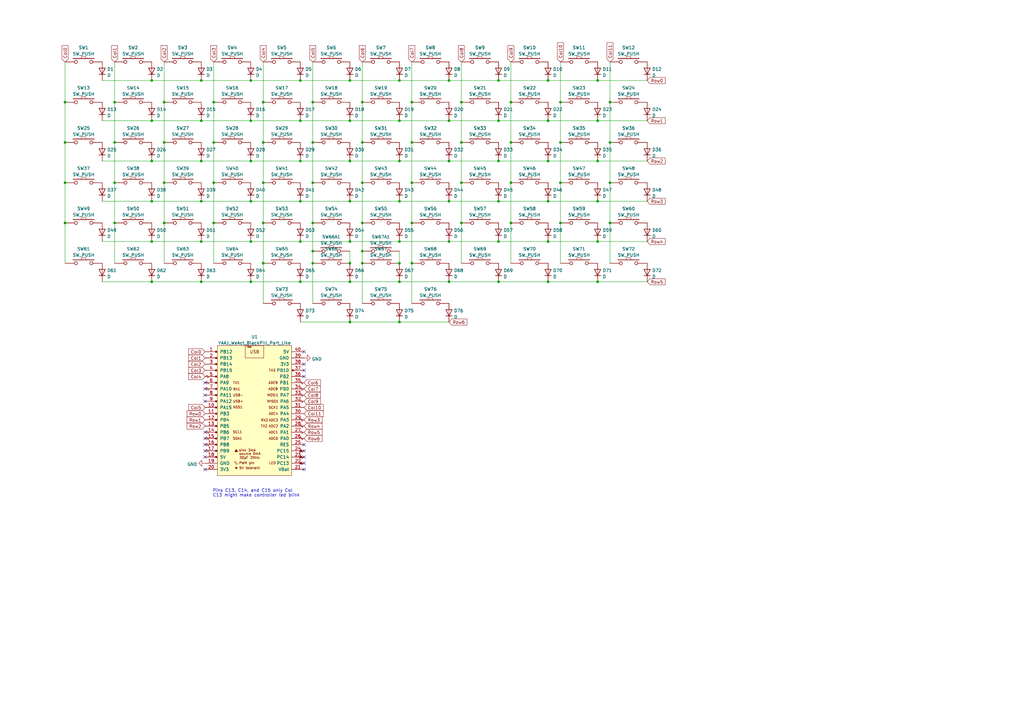
<source format=kicad_sch>
(kicad_sch (version 20211123) (generator eeschema)
  (paper "A3")
  (lib_symbols
    (symbol "Device:D" (pin_numbers hide) (pin_names (offset 1.016) hide)
      (property "Reference" "D" (at 0 2.54 0))
      (property "Value" "D" (at 0 -2.54 0))
      (symbol "D_1_1"
        (pin passive line (at -3.81 0 0) (length 2.54) (name "K") (number "1"))
        (pin passive line (at 3.81 0 180) (length 2.54) (name "A") (number "2"))
      )
    )
    (symbol "YAAJ_WeAct_BlackPill_Part_Like:YAAJ_WeAct_BlackPill_Part_Like" (pin_names (offset 1.016))
      (property "Reference" "U" (at -12.7 27.94 0))
      (property "Value" "YAAJ_WeAct_BlackPill_Part_Like" (at 0 2.54 90))
      (symbol "YAAJ_WeAct_BlackPill_Part_Like_0_0"
        (text "30pF 2MHz" (at -2.032 -20.574 0) (effects (font (size 0.9906 0.9906))))
        (text "5V tolerant" (at -2.032 -24.765 0) (effects (font (size 0.9906 0.9906))))
        (text "ADC0" (at 7.747 -12.7 0) (effects (font (size 0.9906 0.9906))))
        (text "ADC1" (at 7.747 -10.16 0) (effects (font (size 0.9906 0.9906))))
        (text "ADC2" (at 7.747 -7.62 0) (effects (font (size 0.9906 0.9906))))
        (text "ADC3" (at 7.747 -5.207 0) (effects (font (size 0.9906 0.9906))))
        (text "ADC4" (at 7.747 -2.54 0) (effects (font (size 0.9906 0.9906))))
        (text "ADC8" (at 7.62 7.62 0) (effects (font (size 0.9906 0.9906))))
        (text "ADC9" (at 7.62 10.16 0) (effects (font (size 0.9906 0.9906))))
        (text "LED" (at 7.366 -22.733 0) (effects (font (size 0.9906 0.9906))))
        (text "MISO1" (at 7.493 2.54 0) (effects (font (size 0.9906 0.9906))))
        (text "MOSI1" (at 7.493 5.08 0) (effects (font (size 0.9906 0.9906))))
        (text "NSS1" (at -6.858 0.127 0) (effects (font (size 0.9906 0.9906))))
        (text "PWM pin" (at -3.175 -22.733 0) (effects (font (size 0.9906 0.9906))))
        (text "RX1" (at -7.366 7.493 0) (effects (font (size 0.9906 0.9906))))
        (text "RX2" (at 4.064 -5.207 0) (effects (font (size 0.9906 0.9906))))
        (text "SCK1" (at 7.747 0 0) (effects (font (size 0.9906 0.9906))))
        (text "SCL1" (at -6.985 -10.033 0) (effects (font (size 0.9906 0.9906))))
        (text "SDA1" (at -6.985 -12.7 0) (effects (font (size 0.9906 0.9906))))
        (text "sink 3mA" (at -2.921 -17.526 0) (effects (font (size 0.9906 0.9906))))
        (text "source 0mA" (at -1.905 -18.923 0) (effects (font (size 0.9906 0.9906))))
        (text "TX1" (at -7.493 10.16 0) (effects (font (size 0.9906 0.9906))))
        (text "TX2" (at 3.937 -7.62 0) (effects (font (size 0.9906 0.9906))))
        (text "TX3" (at 7.239 15.24 0) (effects (font (size 0.9906 0.9906))))
        (text "USB" (at 0 22.86 0) (effects (font (size 1.27 1.27))))
        (text "USB+" (at -6.731 2.54 0) (effects (font (size 0.9906 0.9906))))
        (text "USB-" (at -6.731 5.08 0) (effects (font (size 0.9906 0.9906))))
        (text "Y@@J" (at -2.159 24.892 0) (effects (font (size 0.508 0.508))))
      )
      (symbol "YAAJ_WeAct_BlackPill_Part_Like_1_1"
        (pin bidirectional line (at -20.32 22.86 0) (length 5.08) (name "PB12") (number "1"))
        (pin bidirectional line (at -20.32 0 0) (length 5.08) (name "PA15") (number "10"))
        (pin bidirectional line (at -20.32 -2.54 0) (length 5.08) (name "PB3") (number "11"))
        (pin bidirectional line (at -20.32 -5.08 0) (length 5.08) (name "PB4") (number "12"))
        (pin bidirectional line (at -20.32 -7.62 0) (length 5.08) (name "PB5") (number "13"))
        (pin bidirectional line (at -20.32 -10.16 0) (length 5.08) (name "PB6") (number "14"))
        (pin bidirectional line (at -20.32 -12.7 0) (length 5.08) (name "PB7") (number "15"))
        (pin bidirectional line (at -20.32 -15.24 0) (length 5.08) (name "PB8") (number "16"))
        (pin bidirectional line (at -20.32 -17.78 0) (length 5.08) (name "PB9") (number "17"))
        (pin power_in line (at -20.32 -20.32 0) (length 5.08) (name "5V") (number "18"))
        (pin power_in line (at -20.32 -22.86 0) (length 5.08) (name "GND") (number "19"))
        (pin bidirectional line (at -20.32 20.32 0) (length 5.08) (name "PB13") (number "2"))
        (pin power_in line (at -20.32 -25.4 0) (length 5.08) (name "3V3") (number "20"))
        (pin power_in line (at 20.32 -25.4 180) (length 5.08) (name "VBat") (number "21"))
        (pin bidirectional line (at 20.32 -22.86 180) (length 5.08) (name "PC13") (number "22"))
        (pin bidirectional line (at 20.32 -20.32 180) (length 5.08) (name "PC14") (number "23"))
        (pin bidirectional line (at 20.32 -17.78 180) (length 5.08) (name "PC15") (number "24"))
        (pin input line (at 20.32 -15.24 180) (length 5.08) (name "RES") (number "25"))
        (pin bidirectional line (at 20.32 -12.7 180) (length 5.08) (name "PA0") (number "26"))
        (pin bidirectional line (at 20.32 -10.16 180) (length 5.08) (name "PA1") (number "27"))
        (pin bidirectional line (at 20.32 -7.62 180) (length 5.08) (name "PA2") (number "28"))
        (pin bidirectional line (at 20.32 -5.08 180) (length 5.08) (name "PA3") (number "29"))
        (pin bidirectional line (at -20.32 17.78 0) (length 5.08) (name "PB14") (number "3"))
        (pin bidirectional line (at 20.32 -2.54 180) (length 5.08) (name "PA4") (number "30"))
        (pin bidirectional line (at 20.32 0 180) (length 5.08) (name "PA5") (number "31"))
        (pin bidirectional line (at 20.32 2.54 180) (length 5.08) (name "PA6") (number "32"))
        (pin bidirectional line (at 20.32 5.08 180) (length 5.08) (name "PA7") (number "33"))
        (pin bidirectional line (at 20.32 7.62 180) (length 5.08) (name "PB0") (number "34"))
        (pin bidirectional line (at 20.32 10.16 180) (length 5.08) (name "PB1") (number "35"))
        (pin bidirectional line (at 20.32 12.7 180) (length 5.08) (name "PB2") (number "36"))
        (pin bidirectional line (at 20.32 15.24 180) (length 5.08) (name "PB10") (number "37"))
        (pin power_in line (at 20.32 17.78 180) (length 5.08) (name "3V3") (number "38"))
        (pin power_in line (at 20.32 20.32 180) (length 5.08) (name "GND") (number "39"))
        (pin bidirectional line (at -20.32 15.24 0) (length 5.08) (name "PB15") (number "4"))
        (pin power_in line (at 20.32 22.86 180) (length 5.08) (name "5V") (number "40"))
        (pin bidirectional line (at -20.32 12.7 0) (length 5.08) (name "PA8") (number "5"))
        (pin bidirectional line (at -20.32 10.16 0) (length 5.08) (name "PA9") (number "6"))
        (pin bidirectional line (at -20.32 7.62 0) (length 5.08) (name "PA10") (number "7"))
        (pin bidirectional line (at -20.32 5.08 0) (length 5.08) (name "PA11") (number "8"))
        (pin bidirectional line (at -20.32 2.54 0) (length 5.08) (name "PA12") (number "9"))
      )
    )
    (symbol "kbd:SW_PUSH" (pin_numbers hide) (pin_names (offset 1.016) hide)
      (property "Reference" "SW" (at 3.81 2.794 0))
      (property "Value" "SW_PUSH" (at 0 -2.032 0))
      (symbol "SW_PUSH_0_1"
        (pin passive inverted (at -7.62 0 0) (length 5.08) (name "1") (number "1"))
        (pin passive inverted (at 7.62 0 180) (length 5.08) (name "2") (number "2"))
      )
    )
    (symbol "power:GND" (power) (pin_names (offset 0))
      (property "Value" "GND" (at 0 -3.81 0))
      (symbol "GND_1_1"
        (pin power_in line (at 0 0 270) (length 0) hide (name "GND") (number "1"))
      )
    )
  )
  (junction (at 143.51 49.53))
  (junction (at 209.55 74.93))
  (junction (at 67.31 58.42))
  (junction (at 82.55 66.04))
  (junction (at 163.83 82.55))
  (junction (at 67.31 41.91))
  (junction (at 87.63 58.42))
  (junction (at 204.47 115.57))
  (junction (at 123.19 49.53))
  (junction (at 204.47 33.02))
  (junction (at 128.27 74.93))
  (junction (at 87.63 74.93))
  (junction (at 82.55 115.57))
  (junction (at 204.47 49.53))
  (junction (at 245.11 115.57))
  (junction (at 229.87 41.91))
  (junction (at 128.27 41.91))
  (junction (at 163.83 99.06))
  (junction (at 102.87 33.02))
  (junction (at 245.11 49.53))
  (junction (at 189.23 58.42))
  (junction (at 250.19 91.44))
  (junction (at 102.87 115.57))
  (junction (at 250.19 41.91))
  (junction (at 102.87 82.55))
  (junction (at 168.91 74.93))
  (junction (at 128.27 102.997))
  (junction (at 123.19 99.06))
  (junction (at 229.87 58.42))
  (junction (at 148.59 58.42))
  (junction (at 168.91 91.44))
  (junction (at 87.63 91.44))
  (junction (at 163.83 49.53))
  (junction (at 102.87 66.04))
  (junction (at 204.47 99.06))
  (junction (at 184.15 115.57))
  (junction (at 204.47 82.55))
  (junction (at 46.99 58.42))
  (junction (at 163.83 33.02))
  (junction (at 107.95 74.93))
  (junction (at 250.19 58.42))
  (junction (at 209.55 41.91))
  (junction (at 26.67 74.93))
  (junction (at 245.11 99.06))
  (junction (at 184.15 66.04))
  (junction (at 123.19 66.04))
  (junction (at 82.55 33.02))
  (junction (at 107.95 58.42))
  (junction (at 224.79 99.06))
  (junction (at 148.59 102.997))
  (junction (at 168.91 58.42))
  (junction (at 168.91 41.91))
  (junction (at 245.11 33.02))
  (junction (at 62.23 115.57))
  (junction (at 67.31 91.44))
  (junction (at 148.59 91.44))
  (junction (at 82.55 49.53))
  (junction (at 224.79 33.02))
  (junction (at 224.79 115.57))
  (junction (at 123.19 115.57))
  (junction (at 245.11 66.04))
  (junction (at 163.83 132.08))
  (junction (at 245.11 82.55))
  (junction (at 184.15 49.53))
  (junction (at 46.99 91.44))
  (junction (at 163.83 115.57))
  (junction (at 224.79 66.04))
  (junction (at 224.79 49.53))
  (junction (at 143.51 99.06))
  (junction (at 209.55 91.44))
  (junction (at 62.23 82.55))
  (junction (at 143.51 33.02))
  (junction (at 67.31 74.93))
  (junction (at 148.59 41.91))
  (junction (at 87.63 41.91))
  (junction (at 107.95 107.95))
  (junction (at 26.67 58.42))
  (junction (at 46.99 74.93))
  (junction (at 143.51 82.55))
  (junction (at 62.23 33.02))
  (junction (at 143.51 132.08))
  (junction (at 148.59 107.95))
  (junction (at 229.87 91.44))
  (junction (at 128.27 58.42))
  (junction (at 189.23 91.44))
  (junction (at 46.99 41.91))
  (junction (at 229.87 74.93))
  (junction (at 123.19 82.55))
  (junction (at 26.67 91.44))
  (junction (at 163.83 66.04))
  (junction (at 107.95 91.44))
  (junction (at 168.91 107.95))
  (junction (at 143.51 66.04))
  (junction (at 184.15 99.06))
  (junction (at 123.19 33.02))
  (junction (at 82.55 99.06))
  (junction (at 26.67 41.91))
  (junction (at 184.15 82.55))
  (junction (at 62.23 66.04))
  (junction (at 184.15 33.02))
  (junction (at 148.59 74.93))
  (junction (at 102.87 49.53))
  (junction (at 209.55 58.42))
  (junction (at 204.47 66.04))
  (junction (at 62.23 99.06))
  (junction (at 82.55 82.55))
  (junction (at 62.23 49.53))
  (junction (at 224.79 82.55))
  (junction (at 143.51 115.57))
  (junction (at 102.87 99.06))
  (junction (at 143.51 107.95))
  (junction (at 128.27 107.95))
  (junction (at 189.23 41.91))
  (junction (at 107.95 41.91))
  (junction (at 128.27 91.44))
  (junction (at 189.23 74.93))
  (junction (at 163.83 107.95))
  (junction (at 250.19 74.93))
  (no_connect (at 84.074 177.292))
  (no_connect (at 124.714 182.372))
  (no_connect (at 124.714 151.892))
  (no_connect (at 124.714 187.452))
  (no_connect (at 124.714 154.432))
  (no_connect (at 124.714 189.992))
  (no_connect (at 84.074 184.912))
  (no_connect (at 84.074 179.832))
  (no_connect (at 124.714 149.352))
  (no_connect (at 84.074 159.512))
  (no_connect (at 124.714 144.272))
  (no_connect (at 84.074 187.452))
  (no_connect (at 124.714 184.912))
  (no_connect (at 84.074 164.592))
  (no_connect (at 84.074 192.532))
  (no_connect (at 124.714 192.532))
  (no_connect (at 84.074 156.972))
  (no_connect (at 84.074 182.372))
  (no_connect (at 84.074 162.052))
  (wire (pts (xy 102.87 99.06) (xy 123.19 99.06)))
  (wire (pts (xy 26.67 41.91) (xy 26.67 58.42)))
  (wire (pts (xy 209.55 25.4) (xy 209.55 41.91)))
  (wire (pts (xy 184.15 33.02) (xy 204.47 33.02)))
  (wire (pts (xy 245.11 115.57) (xy 265.43 115.57)))
  (wire (pts (xy 204.47 66.04) (xy 224.79 66.04)))
  (wire (pts (xy 41.91 115.57) (xy 62.23 115.57)))
  (wire (pts (xy 204.47 49.53) (xy 224.79 49.53)))
  (wire (pts (xy 184.15 49.53) (xy 204.47 49.53)))
  (wire (pts (xy 229.87 74.93) (xy 229.87 91.44)))
  (wire (pts (xy 143.51 66.04) (xy 163.83 66.04)))
  (wire (pts (xy 46.99 41.91) (xy 46.99 58.42)))
  (wire (pts (xy 82.55 33.02) (xy 102.87 33.02)))
  (wire (pts (xy 41.91 33.02) (xy 62.23 33.02)))
  (wire (pts (xy 143.51 102.997) (xy 143.51 107.95)))
  (wire (pts (xy 102.87 66.04) (xy 123.19 66.04)))
  (wire (pts (xy 107.95 74.93) (xy 107.95 91.44)))
  (wire (pts (xy 123.19 33.02) (xy 143.51 33.02)))
  (wire (pts (xy 102.87 115.57) (xy 123.19 115.57)))
  (wire (pts (xy 26.67 91.44) (xy 26.67 107.95)))
  (wire (pts (xy 163.83 33.02) (xy 184.15 33.02)))
  (wire (pts (xy 245.11 66.04) (xy 265.43 66.04)))
  (wire (pts (xy 224.79 82.55) (xy 245.11 82.55)))
  (wire (pts (xy 102.87 82.55) (xy 123.19 82.55)))
  (wire (pts (xy 123.19 132.08) (xy 143.51 132.08)))
  (wire (pts (xy 209.55 91.44) (xy 209.55 107.95)))
  (wire (pts (xy 143.51 49.53) (xy 163.83 49.53)))
  (wire (pts (xy 41.91 99.06) (xy 62.23 99.06)))
  (wire (pts (xy 46.99 58.42) (xy 46.99 74.93)))
  (wire (pts (xy 229.87 41.91) (xy 229.87 58.42)))
  (wire (pts (xy 62.23 66.04) (xy 82.55 66.04)))
  (wire (pts (xy 87.63 91.44) (xy 87.63 107.95)))
  (wire (pts (xy 250.19 74.93) (xy 250.19 91.44)))
  (wire (pts (xy 107.95 58.42) (xy 107.95 74.93)))
  (wire (pts (xy 128.27 25.4) (xy 128.27 41.91)))
  (wire (pts (xy 62.23 99.06) (xy 82.55 99.06)))
  (wire (pts (xy 107.95 41.91) (xy 107.95 58.42)))
  (wire (pts (xy 67.31 58.42) (xy 67.31 74.93)))
  (wire (pts (xy 67.31 41.91) (xy 67.31 58.42)))
  (wire (pts (xy 163.83 49.53) (xy 184.15 49.53)))
  (wire (pts (xy 143.51 82.55) (xy 163.83 82.55)))
  (wire (pts (xy 229.87 58.42) (xy 229.87 74.93)))
  (wire (pts (xy 87.63 41.91) (xy 87.63 58.42)))
  (wire (pts (xy 224.79 49.53) (xy 245.11 49.53)))
  (wire (pts (xy 26.67 58.42) (xy 26.67 74.93)))
  (wire (pts (xy 87.63 74.93) (xy 87.63 91.44)))
  (wire (pts (xy 224.79 66.04) (xy 245.11 66.04)))
  (wire (pts (xy 148.59 41.91) (xy 148.59 58.42)))
  (wire (pts (xy 168.91 91.44) (xy 168.91 107.95)))
  (wire (pts (xy 41.91 82.55) (xy 62.23 82.55)))
  (wire (pts (xy 163.83 132.08) (xy 184.15 132.08)))
  (wire (pts (xy 107.95 107.95) (xy 107.95 124.46)))
  (wire (pts (xy 163.83 115.57) (xy 184.15 115.57)))
  (wire (pts (xy 204.47 82.55) (xy 224.79 82.55)))
  (wire (pts (xy 67.31 25.4) (xy 67.31 41.91)))
  (wire (pts (xy 168.91 107.95) (xy 168.91 124.46)))
  (wire (pts (xy 250.19 25.4) (xy 250.19 41.91)))
  (wire (pts (xy 148.59 102.997) (xy 148.59 107.95)))
  (wire (pts (xy 67.31 91.44) (xy 67.31 107.95)))
  (wire (pts (xy 184.15 66.04) (xy 204.47 66.04)))
  (wire (pts (xy 128.27 58.42) (xy 128.27 74.93)))
  (wire (pts (xy 82.55 66.04) (xy 102.87 66.04)))
  (wire (pts (xy 250.19 58.42) (xy 250.19 74.93)))
  (wire (pts (xy 229.87 91.44) (xy 229.87 107.95)))
  (wire (pts (xy 224.79 33.02) (xy 245.11 33.02)))
  (wire (pts (xy 184.15 99.06) (xy 204.47 99.06)))
  (wire (pts (xy 245.11 82.55) (xy 265.43 82.55)))
  (wire (pts (xy 26.67 25.4) (xy 26.67 41.91)))
  (wire (pts (xy 148.59 25.4) (xy 148.59 41.91)))
  (wire (pts (xy 128.27 102.997) (xy 128.27 107.95)))
  (wire (pts (xy 224.79 99.06) (xy 245.11 99.06)))
  (wire (pts (xy 128.27 41.91) (xy 128.27 58.42)))
  (wire (pts (xy 250.19 41.91) (xy 250.19 58.42)))
  (wire (pts (xy 41.91 49.53) (xy 62.23 49.53)))
  (wire (pts (xy 123.19 66.04) (xy 143.51 66.04)))
  (wire (pts (xy 143.51 115.57) (xy 163.83 115.57)))
  (wire (pts (xy 41.91 66.04) (xy 62.23 66.04)))
  (wire (pts (xy 123.19 49.53) (xy 143.51 49.53)))
  (wire (pts (xy 163.83 66.04) (xy 184.15 66.04)))
  (wire (pts (xy 128.27 91.44) (xy 128.27 102.997)))
  (wire (pts (xy 168.91 58.42) (xy 168.91 74.93)))
  (wire (pts (xy 82.55 82.55) (xy 102.87 82.55)))
  (wire (pts (xy 143.51 33.02) (xy 163.83 33.02)))
  (wire (pts (xy 87.63 58.42) (xy 87.63 74.93)))
  (wire (pts (xy 250.19 91.44) (xy 250.19 107.95)))
  (wire (pts (xy 82.55 99.06) (xy 102.87 99.06)))
  (wire (pts (xy 148.59 58.42) (xy 148.59 74.93)))
  (wire (pts (xy 189.23 74.93) (xy 189.23 91.44)))
  (wire (pts (xy 87.63 25.4) (xy 87.63 41.91)))
  (wire (pts (xy 184.15 115.57) (xy 204.47 115.57)))
  (wire (pts (xy 168.91 74.93) (xy 168.91 91.44)))
  (wire (pts (xy 163.83 102.997) (xy 163.83 107.95)))
  (wire (pts (xy 163.83 82.55) (xy 184.15 82.55)))
  (wire (pts (xy 143.51 99.06) (xy 163.83 99.06)))
  (wire (pts (xy 62.23 33.02) (xy 82.55 33.02)))
  (wire (pts (xy 148.59 74.93) (xy 148.59 91.44)))
  (wire (pts (xy 245.11 99.06) (xy 265.43 99.06)))
  (wire (pts (xy 107.95 91.44) (xy 107.95 107.95)))
  (wire (pts (xy 189.23 91.44) (xy 189.23 107.95)))
  (wire (pts (xy 148.59 107.95) (xy 148.59 124.46)))
  (wire (pts (xy 102.87 49.53) (xy 123.19 49.53)))
  (wire (pts (xy 123.19 82.55) (xy 143.51 82.55)))
  (wire (pts (xy 107.95 25.4) (xy 107.95 41.91)))
  (wire (pts (xy 204.47 99.06) (xy 224.79 99.06)))
  (wire (pts (xy 102.87 33.02) (xy 123.19 33.02)))
  (wire (pts (xy 62.23 115.57) (xy 82.55 115.57)))
  (wire (pts (xy 46.99 74.93) (xy 46.99 91.44)))
  (wire (pts (xy 245.11 49.53) (xy 265.43 49.53)))
  (wire (pts (xy 204.47 33.02) (xy 224.79 33.02)))
  (wire (pts (xy 46.99 91.44) (xy 46.99 107.95)))
  (wire (pts (xy 148.59 91.44) (xy 148.59 102.997)))
  (wire (pts (xy 67.31 74.93) (xy 67.31 91.44)))
  (wire (pts (xy 245.11 33.02) (xy 265.43 33.02)))
  (wire (pts (xy 224.79 115.57) (xy 245.11 115.57)))
  (wire (pts (xy 168.91 41.91) (xy 168.91 58.42)))
  (wire (pts (xy 82.55 49.53) (xy 102.87 49.53)))
  (wire (pts (xy 46.99 25.4) (xy 46.99 41.91)))
  (wire (pts (xy 209.55 74.93) (xy 209.55 91.44)))
  (wire (pts (xy 62.23 49.53) (xy 82.55 49.53)))
  (wire (pts (xy 123.19 99.06) (xy 143.51 99.06)))
  (wire (pts (xy 189.23 41.91) (xy 189.23 58.42)))
  (wire (pts (xy 123.19 115.57) (xy 143.51 115.57)))
  (wire (pts (xy 204.47 115.57) (xy 224.79 115.57)))
  (wire (pts (xy 229.87 25.4) (xy 229.87 41.91)))
  (wire (pts (xy 209.55 41.91) (xy 209.55 58.42)))
  (wire (pts (xy 128.27 107.95) (xy 128.27 124.46)))
  (wire (pts (xy 62.23 82.55) (xy 82.55 82.55)))
  (wire (pts (xy 184.15 82.55) (xy 204.47 82.55)))
  (wire (pts (xy 168.91 25.4) (xy 168.91 41.91)))
  (wire (pts (xy 189.23 25.4) (xy 189.23 41.91)))
  (wire (pts (xy 26.67 74.93) (xy 26.67 91.44)))
  (wire (pts (xy 143.51 132.08) (xy 163.83 132.08)))
  (wire (pts (xy 209.55 58.42) (xy 209.55 74.93)))
  (wire (pts (xy 82.55 115.57) (xy 102.87 115.57)))
  (wire (pts (xy 128.27 74.93) (xy 128.27 91.44)))
  (wire (pts (xy 163.83 99.06) (xy 184.15 99.06)))
  (wire (pts (xy 189.23 58.42) (xy 189.23 74.93)))
  (text "Pins C13, C14, and C15 only Col" (at 87.249 202.057 0) (effects (font (size 1.27 1.27)) (justify left bottom)))
  (text "C13 might make controller led blink" (at 87.249 203.962 0) (effects (font (size 1.27 1.27)) (justify left bottom)))
  (global_label "Col5" (shape input) (at 128.27 25.4 90) (property "Intersheet References" "${INTERSHEET_REFS}" (effects hide)))
  (global_label "Row1" (shape input) (at 84.074 172.212 180) (property "Intersheet References" "${INTERSHEET_REFS}" (effects hide)))
  (global_label "Row6" (shape input) (at 124.714 179.832 0) (property "Intersheet References" "${INTERSHEET_REFS}" (effects hide)))
  (global_label "Col6" (shape input) (at 124.714 156.972 0) (property "Intersheet References" "${INTERSHEET_REFS}" (effects hide)))
  (global_label "Row2" (shape input) (at 84.074 174.752 180) (property "Intersheet References" "${INTERSHEET_REFS}" (effects hide)))
  (global_label "Col11" (shape input) (at 124.714 169.672 0) (property "Intersheet References" "${INTERSHEET_REFS}" (effects hide)))
  (global_label "Col10" (shape input) (at 229.87 25.4 90) (property "Intersheet References" "${INTERSHEET_REFS}" (effects hide)))
  (global_label "Row4" (shape input) (at 265.43 99.06 0) (property "Intersheet References" "${INTERSHEET_REFS}" (effects hide)))
  (global_label "Col8" (shape input) (at 189.23 25.4 90) (property "Intersheet References" "${INTERSHEET_REFS}" (effects hide)))
  (global_label "Col2" (shape input) (at 67.31 25.4 90) (property "Intersheet References" "${INTERSHEET_REFS}" (effects hide)))
  (global_label "Row5" (shape input) (at 265.43 115.57 0) (property "Intersheet References" "${INTERSHEET_REFS}" (effects hide)))
  (global_label "Col9" (shape input) (at 124.714 164.592 0) (property "Intersheet References" "${INTERSHEET_REFS}" (effects hide)))
  (global_label "Row6" (shape input) (at 184.15 132.08 0) (property "Intersheet References" "${INTERSHEET_REFS}" (effects hide)))
  (global_label "Row0" (shape input) (at 265.43 33.02 0) (property "Intersheet References" "${INTERSHEET_REFS}" (effects hide)))
  (global_label "Row2" (shape input) (at 265.43 66.04 0) (property "Intersheet References" "${INTERSHEET_REFS}" (effects hide)))
  (global_label "Col4" (shape input) (at 84.074 154.432 180) (property "Intersheet References" "${INTERSHEET_REFS}" (effects hide)))
  (global_label "Col1" (shape input) (at 84.074 146.812 180) (property "Intersheet References" "${INTERSHEET_REFS}" (effects hide)))
  (global_label "Col3" (shape input) (at 84.074 151.892 180) (property "Intersheet References" "${INTERSHEET_REFS}" (effects hide)))
  (global_label "Col4" (shape input) (at 107.95 25.4 90) (property "Intersheet References" "${INTERSHEET_REFS}" (effects hide)))
  (global_label "Col0" (shape input) (at 84.074 144.272 180) (property "Intersheet References" "${INTERSHEET_REFS}" (effects hide)))
  (global_label "Row3" (shape input) (at 265.43 82.55 0) (property "Intersheet References" "${INTERSHEET_REFS}" (effects hide)))
  (global_label "Col6" (shape input) (at 148.59 25.4 90) (property "Intersheet References" "${INTERSHEET_REFS}" (effects hide)))
  (global_label "Col0" (shape input) (at 26.67 25.4 90) (property "Intersheet References" "${INTERSHEET_REFS}" (effects hide)))
  (global_label "Row1" (shape input) (at 265.43 49.53 0) (property "Intersheet References" "${INTERSHEET_REFS}" (effects hide)))
  (global_label "Col3" (shape input) (at 87.63 25.4 90) (property "Intersheet References" "${INTERSHEET_REFS}" (effects hide)))
  (global_label "Col2" (shape input) (at 84.074 149.352 180) (property "Intersheet References" "${INTERSHEET_REFS}" (effects hide)))
  (global_label "Col7" (shape input) (at 124.714 159.512 0) (property "Intersheet References" "${INTERSHEET_REFS}" (effects hide)))
  (global_label "Col1" (shape input) (at 46.99 25.4 90) (property "Intersheet References" "${INTERSHEET_REFS}" (effects hide)))
  (global_label "Col11" (shape input) (at 250.19 25.4 90) (property "Intersheet References" "${INTERSHEET_REFS}" (effects hide)))
  (global_label "Col10" (shape input) (at 124.714 167.132 0) (property "Intersheet References" "${INTERSHEET_REFS}" (effects hide)))
  (global_label "Row4" (shape input) (at 124.714 174.752 0) (property "Intersheet References" "${INTERSHEET_REFS}" (effects hide)))
  (global_label "Col5" (shape input) (at 84.074 167.132 180) (property "Intersheet References" "${INTERSHEET_REFS}" (effects hide)))
  (global_label "Col8" (shape input) (at 124.714 162.052 0) (property "Intersheet References" "${INTERSHEET_REFS}" (effects hide)))
  (global_label "Col9" (shape input) (at 209.55 25.4 90) (property "Intersheet References" "${INTERSHEET_REFS}" (effects hide)))
  (global_label "Col7" (shape input) (at 168.91 25.4 90) (property "Intersheet References" "${INTERSHEET_REFS}" (effects hide)))
  (global_label "Row0" (shape input) (at 84.074 169.672 180) (property "Intersheet References" "${INTERSHEET_REFS}" (effects hide)))
  (global_label "Row5" (shape input) (at 124.714 177.292 0) (property "Intersheet References" "${INTERSHEET_REFS}" (effects hide)))
  (global_label "Row3" (shape input) (at 124.714 172.212 0) (property "Intersheet References" "${INTERSHEET_REFS}" (effects hide)))
  (symbol (lib_id "kbd:SW_PUSH") (at 257.81 91.44 0) (unit 1)
    (property "Reference" "SW60" (at 257.81 85.5812 0))
    (property "Value" "SW_PUSH" (at 257.81 88.1181 0))
    (property "Footprint" "Custom:MXOnly-1U" (effects hide))
  )
  (symbol (lib_id "Device:D") (at 184.15 95.25 90) (unit 1)
    (property "Reference" "D56" (at 186.182 94.4153 90) (effects (justify right)))
    (property "Value" "D" (at 186.182 96.9522 90) (effects (justify right)))
    (property "Footprint" "keyboard_parts:D_SOD123" (effects hide))
  )
  (symbol (lib_id "kbd:SW_PUSH") (at 115.57 41.91 0) (unit 1)
    (property "Reference" "SW17" (at 115.57 36.0512 0))
    (property "Value" "SW_PUSH" (at 115.57 38.5881 0))
    (property "Footprint" "Custom:MXOnly-1U" (effects hide))
  )
  (symbol (lib_id "YAAJ_WeAct_BlackPill_Part_Like:YAAJ_WeAct_BlackPill_Part_Like") (at 104.394 167.132 0) (unit 1)
    (property "Reference" "U1" (at 104.394 138.1592 0))
    (property "Value" "YAAJ_WeAct_BlackPill_Part_Like" (at 104.394 140.6961 0))
    (property "Footprint" "Footprints:YAAJ_WeAct_BlackPill_2" (effects hide))
  )
  (symbol (lib_id "Device:D") (at 123.19 29.21 90) (unit 1)
    (property "Reference" "D5" (at 125.222 28.3753 90) (effects (justify right)))
    (property "Value" "D" (at 125.222 30.9122 90) (effects (justify right)))
    (property "Footprint" "keyboard_parts:D_SOD123" (effects hide))
  )
  (symbol (lib_id "kbd:SW_PUSH") (at 115.57 124.46 0) (unit 1)
    (property "Reference" "SW73" (at 115.57 118.6012 0))
    (property "Value" "SW_PUSH" (at 115.57 121.158 0))
    (property "Footprint" "Custom:MXOnly-1U" (effects hide))
  )
  (symbol (lib_id "kbd:SW_PUSH") (at 156.21 41.91 0) (unit 1)
    (property "Reference" "SW19" (at 156.21 36.0512 0))
    (property "Value" "SW_PUSH" (at 156.21 38.5881 0))
    (property "Footprint" "Custom:MXOnly-1U" (effects hide))
  )
  (symbol (lib_id "Device:D") (at 62.23 62.23 90) (unit 1)
    (property "Reference" "D26" (at 64.262 61.3953 90) (effects (justify right)))
    (property "Value" "D" (at 64.262 63.9322 90) (effects (justify right)))
    (property "Footprint" "keyboard_parts:D_SOD123" (effects hide))
  )
  (symbol (lib_id "kbd:SW_PUSH") (at 34.29 107.95 0) (unit 1)
    (property "Reference" "SW61" (at 34.29 102.0912 0))
    (property "Value" "SW_PUSH" (at 34.29 104.6281 0))
    (property "Footprint" "Custom:MXOnly-1U" (effects hide))
  )
  (symbol (lib_id "Device:D") (at 143.51 45.72 90) (unit 1)
    (property "Reference" "D18" (at 145.542 44.8853 90) (effects (justify right)))
    (property "Value" "D" (at 145.542 47.4222 90) (effects (justify right)))
    (property "Footprint" "keyboard_parts:D_SOD123" (effects hide))
  )
  (symbol (lib_id "Device:D") (at 265.43 29.21 90) (unit 1)
    (property "Reference" "D12" (at 267.462 28.3753 90) (effects (justify right)))
    (property "Value" "D" (at 267.462 30.9122 90) (effects (justify right)))
    (property "Footprint" "keyboard_parts:D_SOD123" (effects hide))
  )
  (symbol (lib_id "kbd:SW_PUSH") (at 237.49 91.44 0) (unit 1)
    (property "Reference" "SW59" (at 237.49 85.5812 0))
    (property "Value" "SW_PUSH" (at 237.49 88.1181 0))
    (property "Footprint" "Custom:MXOnly-1U" (effects hide))
  )
  (symbol (lib_id "Device:D") (at 163.83 111.76 90) (unit 1)
    (property "Reference" "D67" (at 165.862 110.9253 90) (effects (justify right)))
    (property "Value" "D" (at 165.862 113.4622 90) (effects (justify right)))
    (property "Footprint" "keyboard_parts:D_SOD123" (effects hide))
  )
  (symbol (lib_id "kbd:SW_PUSH") (at 95.25 74.93 0) (unit 1)
    (property "Reference" "SW40" (at 95.25 69.0712 0))
    (property "Value" "SW_PUSH" (at 95.25 71.6081 0))
    (property "Footprint" "Custom:MXOnly-1U" (effects hide))
  )
  (symbol (lib_id "Device:D") (at 143.51 29.21 90) (unit 1)
    (property "Reference" "D6" (at 145.542 28.3753 90) (effects (justify right)))
    (property "Value" "D" (at 145.542 30.9122 90) (effects (justify right)))
    (property "Footprint" "keyboard_parts:D_SOD123" (effects hide))
  )
  (symbol (lib_id "Device:D") (at 224.79 62.23 90) (unit 1)
    (property "Reference" "D34" (at 226.822 61.3953 90) (effects (justify right)))
    (property "Value" "D" (at 226.822 63.9322 90) (effects (justify right)))
    (property "Footprint" "keyboard_parts:D_SOD123" (effects hide))
  )
  (symbol (lib_id "Device:D") (at 224.79 78.74 90) (unit 1)
    (property "Reference" "D46" (at 226.822 77.9053 90) (effects (justify right)))
    (property "Value" "D" (at 226.822 80.4422 90) (effects (justify right)))
    (property "Footprint" "keyboard_parts:D_SOD123" (effects hide))
  )
  (symbol (lib_id "Device:D") (at 102.87 111.76 90) (unit 1)
    (property "Reference" "D64" (at 104.902 110.9253 90) (effects (justify right)))
    (property "Value" "D" (at 104.902 113.4622 90) (effects (justify right)))
    (property "Footprint" "keyboard_parts:D_SOD123" (effects hide))
  )
  (symbol (lib_id "kbd:SW_PUSH") (at 176.53 124.46 0) (unit 1)
    (property "Reference" "SW76" (at 176.53 118.6012 0))
    (property "Value" "SW_PUSH" (at 176.53 121.1381 0))
    (property "Footprint" "Custom:MXOnly-1U" (effects hide))
  )
  (symbol (lib_id "kbd:SW_PUSH") (at 54.61 25.4 0) (unit 1)
    (property "Reference" "SW2" (at 54.61 19.5412 0))
    (property "Value" "SW_PUSH" (at 54.61 22.0781 0))
    (property "Footprint" "Custom:MXOnly-1U" (effects hide))
  )
  (symbol (lib_id "kbd:SW_PUSH") (at 54.61 107.95 0) (unit 1)
    (property "Reference" "SW62" (at 54.61 102.0912 0))
    (property "Value" "SW_PUSH" (at 54.61 104.6281 0))
    (property "Footprint" "Custom:MXOnly-1U" (effects hide))
  )
  (symbol (lib_id "Device:D") (at 204.47 29.21 90) (unit 1)
    (property "Reference" "D9" (at 206.502 28.3753 90) (effects (justify right)))
    (property "Value" "D" (at 206.502 30.9122 90) (effects (justify right)))
    (property "Footprint" "keyboard_parts:D_SOD123" (effects hide))
  )
  (symbol (lib_id "Device:D") (at 102.87 95.25 90) (unit 1)
    (property "Reference" "D52" (at 104.902 94.4153 90) (effects (justify right)))
    (property "Value" "D" (at 104.902 96.9522 90) (effects (justify right)))
    (property "Footprint" "keyboard_parts:D_SOD123" (effects hide))
  )
  (symbol (lib_id "kbd:SW_PUSH") (at 217.17 107.95 0) (unit 1)
    (property "Reference" "SW70" (at 217.17 102.0912 0))
    (property "Value" "SW_PUSH" (at 217.17 104.6281 0))
    (property "Footprint" "Custom:MXOnly-1U" (effects hide))
  )
  (symbol (lib_id "Device:D") (at 184.15 45.72 90) (unit 1)
    (property "Reference" "D20" (at 186.182 44.8853 90) (effects (justify right)))
    (property "Value" "D" (at 186.182 47.4222 90) (effects (justify right)))
    (property "Footprint" "keyboard_parts:D_SOD123" (effects hide))
  )
  (symbol (lib_id "kbd:SW_PUSH") (at 196.85 41.91 0) (unit 1)
    (property "Reference" "SW21" (at 196.85 36.0512 0))
    (property "Value" "SW_PUSH" (at 196.85 38.5881 0))
    (property "Footprint" "Custom:MXOnly-1U" (effects hide))
  )
  (symbol (lib_id "kbd:SW_PUSH") (at 115.57 91.44 0) (unit 1)
    (property "Reference" "SW53" (at 115.57 85.5812 0))
    (property "Value" "SW_PUSH" (at 115.57 88.1181 0))
    (property "Footprint" "Custom:MXOnly-1U" (effects hide))
  )
  (symbol (lib_id "kbd:SW_PUSH") (at 257.81 74.93 0) (unit 1)
    (property "Reference" "SW48" (at 257.81 69.0712 0))
    (property "Value" "SW_PUSH" (at 257.81 71.6081 0))
    (property "Footprint" "Custom:MXOnly-1U" (effects hide))
  )
  (symbol (lib_id "Device:D") (at 143.51 62.23 90) (unit 1)
    (property "Reference" "D30" (at 145.542 61.3953 90) (effects (justify right)))
    (property "Value" "D" (at 145.542 63.9322 90) (effects (justify right)))
    (property "Footprint" "keyboard_parts:D_SOD123" (effects hide))
  )
  (symbol (lib_id "Device:D") (at 163.83 62.23 90) (unit 1)
    (property "Reference" "D31" (at 165.862 61.3953 90) (effects (justify right)))
    (property "Value" "D" (at 165.862 63.9322 90) (effects (justify right)))
    (property "Footprint" "keyboard_parts:D_SOD123" (effects hide))
  )
  (symbol (lib_id "Device:D") (at 62.23 111.76 90) (unit 1)
    (property "Reference" "D62" (at 64.262 110.9253 90) (effects (justify right)))
    (property "Value" "D" (at 64.262 113.4622 90) (effects (justify right)))
    (property "Footprint" "keyboard_parts:D_SOD123" (effects hide))
  )
  (symbol (lib_id "kbd:SW_PUSH") (at 34.29 74.93 0) (unit 1)
    (property "Reference" "SW37" (at 34.29 69.0712 0))
    (property "Value" "SW_PUSH" (at 34.29 71.6081 0))
    (property "Footprint" "Custom:MXOnly-1U" (effects hide))
  )
  (symbol (lib_id "Device:D") (at 82.55 95.25 90) (unit 1)
    (property "Reference" "D51" (at 84.582 94.4153 90) (effects (justify right)))
    (property "Value" "D" (at 84.582 96.9522 90) (effects (justify right)))
    (property "Footprint" "keyboard_parts:D_SOD123" (effects hide))
  )
  (symbol (lib_id "kbd:SW_PUSH") (at 156.21 124.46 0) (unit 1)
    (property "Reference" "SW75" (at 156.21 118.6012 0))
    (property "Value" "SW_PUSH" (at 156.21 121.1381 0))
    (property "Footprint" "Custom:MXOnly-1U" (effects hide))
  )
  (symbol (lib_id "kbd:SW_PUSH") (at 196.85 91.44 0) (unit 1)
    (property "Reference" "SW57" (at 196.85 85.5812 0))
    (property "Value" "SW_PUSH" (at 196.85 88.1181 0))
    (property "Footprint" "Custom:MXOnly-1U" (effects hide))
  )
  (symbol (lib_id "kbd:SW_PUSH") (at 237.49 25.4 0) (unit 1)
    (property "Reference" "SW11" (at 237.49 19.5412 0))
    (property "Value" "SW_PUSH" (at 237.49 22.0781 0))
    (property "Footprint" "Custom:MXOnly-1U" (effects hide))
  )
  (symbol (lib_id "Device:D") (at 143.51 128.27 90) (unit 1)
    (property "Reference" "D74" (at 145.542 127.4353 90) (effects (justify right)))
    (property "Value" "D" (at 145.542 129.9722 90) (effects (justify right)))
    (property "Footprint" "keyboard_parts:D_SOD123" (effects hide))
  )
  (symbol (lib_id "kbd:SW_PUSH") (at 176.53 91.44 0) (unit 1)
    (property "Reference" "SW56" (at 176.53 85.5812 0))
    (property "Value" "SW_PUSH" (at 176.53 88.1181 0))
    (property "Footprint" "Custom:MXOnly-1U" (effects hide))
  )
  (symbol (lib_id "Device:D") (at 102.87 45.72 90) (unit 1)
    (property "Reference" "D16" (at 104.902 44.8853 90) (effects (justify right)))
    (property "Value" "D" (at 104.902 47.4222 90) (effects (justify right)))
    (property "Footprint" "keyboard_parts:D_SOD123" (effects hide))
  )
  (symbol (lib_id "kbd:SW_PUSH") (at 237.49 58.42 0) (unit 1)
    (property "Reference" "SW35" (at 237.49 52.5612 0))
    (property "Value" "SW_PUSH" (at 237.49 55.0981 0))
    (property "Footprint" "Custom:MXOnly-1U" (effects hide))
  )
  (symbol (lib_id "Device:D") (at 82.55 78.74 90) (unit 1)
    (property "Reference" "D39" (at 84.582 77.9053 90) (effects (justify right)))
    (property "Value" "D" (at 84.582 80.4422 90) (effects (justify right)))
    (property "Footprint" "keyboard_parts:D_SOD123" (effects hide))
  )
  (symbol (lib_id "Device:D") (at 245.11 78.74 90) (unit 1)
    (property "Reference" "D47" (at 247.142 77.9053 90) (effects (justify right)))
    (property "Value" "D" (at 247.142 80.4422 90) (effects (justify right)))
    (property "Footprint" "keyboard_parts:D_SOD123" (effects hide))
  )
  (symbol (lib_id "kbd:SW_PUSH") (at 176.53 25.4 0) (unit 1)
    (property "Reference" "SW8" (at 176.53 19.5412 0))
    (property "Value" "SW_PUSH" (at 176.53 22.0781 0))
    (property "Footprint" "Custom:MXOnly-1U" (effects hide))
  )
  (symbol (lib_id "Device:D") (at 224.79 95.25 90) (unit 1)
    (property "Reference" "D58" (at 226.822 94.4153 90) (effects (justify right)))
    (property "Value" "D" (at 226.822 96.9522 90) (effects (justify right)))
    (property "Footprint" "keyboard_parts:D_SOD123" (effects hide))
  )
  (symbol (lib_id "kbd:SW_PUSH") (at 115.57 25.4 0) (unit 1)
    (property "Reference" "SW5" (at 115.57 19.5412 0))
    (property "Value" "SW_PUSH" (at 115.57 22.0781 0))
    (property "Footprint" "Custom:MXOnly-1U" (effects hide))
  )
  (symbol (lib_id "Device:D") (at 41.91 78.74 90) (unit 1)
    (property "Reference" "D37" (at 43.942 77.9053 90) (effects (justify right)))
    (property "Value" "D" (at 43.942 80.4422 90) (effects (justify right)))
    (property "Footprint" "keyboard_parts:D_SOD123" (effects hide))
  )
  (symbol (lib_id "Device:D") (at 62.23 78.74 90) (unit 1)
    (property "Reference" "D38" (at 64.262 77.9053 90) (effects (justify right)))
    (property "Value" "D" (at 64.262 80.4422 90) (effects (justify right)))
    (property "Footprint" "keyboard_parts:D_SOD123" (effects hide))
  )
  (symbol (lib_id "Device:D") (at 265.43 95.25 90) (unit 1)
    (property "Reference" "D60" (at 267.462 94.4153 90) (effects (justify right)))
    (property "Value" "D" (at 267.462 96.9522 90) (effects (justify right)))
    (property "Footprint" "keyboard_parts:D_SOD123" (effects hide))
  )
  (symbol (lib_id "Device:D") (at 163.83 45.72 90) (unit 1)
    (property "Reference" "D19" (at 165.862 44.8853 90) (effects (justify right)))
    (property "Value" "D" (at 165.862 47.4222 90) (effects (justify right)))
    (property "Footprint" "keyboard_parts:D_SOD123" (effects hide))
  )
  (symbol (lib_id "kbd:SW_PUSH") (at 95.25 58.42 0) (unit 1)
    (property "Reference" "SW28" (at 95.25 52.5612 0))
    (property "Value" "SW_PUSH" (at 95.25 55.0981 0))
    (property "Footprint" "Custom:MXOnly-1U" (effects hide))
  )
  (symbol (lib_id "kbd:SW_PUSH") (at 176.53 107.95 0) (unit 1)
    (property "Reference" "SW68" (at 176.53 102.0912 0))
    (property "Value" "SW_PUSH" (at 176.53 104.6281 0))
    (property "Footprint" "Custom:MXOnly-1U" (effects hide))
  )
  (symbol (lib_id "Device:D") (at 82.55 111.76 90) (unit 1)
    (property "Reference" "D63" (at 84.582 110.9253 90) (effects (justify right)))
    (property "Value" "D" (at 84.582 113.4622 90) (effects (justify right)))
    (property "Footprint" "keyboard_parts:D_SOD123" (effects hide))
  )
  (symbol (lib_id "kbd:SW_PUSH") (at 135.89 41.91 0) (unit 1)
    (property "Reference" "SW18" (at 135.89 36.0512 0))
    (property "Value" "SW_PUSH" (at 135.89 38.5881 0))
    (property "Footprint" "Custom:MXOnly-1U" (effects hide))
  )
  (symbol (lib_id "Device:D") (at 41.91 45.72 90) (unit 1)
    (property "Reference" "D13" (at 43.942 44.8853 90) (effects (justify right)))
    (property "Value" "D" (at 43.942 47.4222 90) (effects (justify right)))
    (property "Footprint" "keyboard_parts:D_SOD123" (effects hide))
  )
  (symbol (lib_id "Device:D") (at 123.19 62.23 90) (unit 1)
    (property "Reference" "D29" (at 125.222 61.3953 90) (effects (justify right)))
    (property "Value" "D" (at 125.222 63.9322 90) (effects (justify right)))
    (property "Footprint" "keyboard_parts:D_SOD123" (effects hide))
  )
  (symbol (lib_id "kbd:SW_PUSH") (at 74.93 107.95 0) (unit 1)
    (property "Reference" "SW63" (at 74.93 102.0912 0))
    (property "Value" "SW_PUSH" (at 74.93 104.6281 0))
    (property "Footprint" "Custom:MXOnly-1U" (effects hide))
  )
  (symbol (lib_id "Device:D") (at 123.19 45.72 90) (unit 1)
    (property "Reference" "D17" (at 125.222 44.8853 90) (effects (justify right)))
    (property "Value" "D" (at 125.222 47.4222 90) (effects (justify right)))
    (property "Footprint" "keyboard_parts:D_SOD123" (effects hide))
  )
  (symbol (lib_id "Device:D") (at 245.11 95.25 90) (unit 1)
    (property "Reference" "D59" (at 247.142 94.4153 90) (effects (justify right)))
    (property "Value" "D" (at 247.142 96.9522 90) (effects (justify right)))
    (property "Footprint" "keyboard_parts:D_SOD123" (effects hide))
  )
  (symbol (lib_id "kbd:SW_PUSH") (at 74.93 41.91 0) (unit 1)
    (property "Reference" "SW15" (at 74.93 36.0512 0))
    (property "Value" "SW_PUSH" (at 74.93 38.5881 0))
    (property "Footprint" "Custom:MXOnly-1U" (effects hide))
  )
  (symbol (lib_id "Device:D") (at 163.83 128.27 90) (unit 1)
    (property "Reference" "D75" (at 165.862 127.4353 90) (effects (justify right)))
    (property "Value" "D" (at 165.862 129.9722 90) (effects (justify right)))
    (property "Footprint" "keyboard_parts:D_SOD123" (effects hide))
  )
  (symbol (lib_id "Device:D") (at 123.19 95.25 90) (unit 1)
    (property "Reference" "D53" (at 125.222 94.4153 90) (effects (justify right)))
    (property "Value" "D" (at 125.222 96.9522 90) (effects (justify right)))
    (property "Footprint" "keyboard_parts:D_SOD123" (effects hide))
  )
  (symbol (lib_id "kbd:SW_PUSH") (at 217.17 25.4 0) (unit 1)
    (property "Reference" "SW10" (at 217.17 19.5412 0))
    (property "Value" "SW_PUSH" (at 217.17 22.0781 0))
    (property "Footprint" "Custom:MXOnly-1U" (effects hide))
  )
  (symbol (lib_id "kbd:SW_PUSH") (at 135.89 74.93 0) (unit 1)
    (property "Reference" "SW42" (at 135.89 69.0712 0))
    (property "Value" "SW_PUSH" (at 135.89 71.6081 0))
    (property "Footprint" "Custom:MXOnly-1U" (effects hide))
  )
  (symbol (lib_id "Device:D") (at 204.47 111.76 90) (unit 1)
    (property "Reference" "D69" (at 206.502 110.9253 90) (effects (justify right)))
    (property "Value" "D" (at 206.502 113.4622 90) (effects (justify right)))
    (property "Footprint" "keyboard_parts:D_SOD123" (effects hide))
  )
  (symbol (lib_id "kbd:SW_PUSH") (at 34.29 25.4 0) (unit 1)
    (property "Reference" "SW1" (at 34.29 19.5412 0))
    (property "Value" "SW_PUSH" (at 34.29 22.0781 0))
    (property "Footprint" "Custom:MXOnly-1U" (effects hide))
  )
  (symbol (lib_id "Device:D") (at 163.83 78.74 90) (unit 1)
    (property "Reference" "D43" (at 165.862 77.9053 90) (effects (justify right)))
    (property "Value" "D" (at 165.862 80.4422 90) (effects (justify right)))
    (property "Footprint" "keyboard_parts:D_SOD123" (effects hide))
  )
  (symbol (lib_id "kbd:SW_PUSH") (at 257.81 58.42 0) (unit 1)
    (property "Reference" "SW36" (at 257.81 52.5612 0))
    (property "Value" "SW_PUSH" (at 257.81 55.0981 0))
    (property "Footprint" "Custom:MXOnly-1U" (effects hide))
  )
  (symbol (lib_id "kbd:SW_PUSH") (at 156.21 25.4 0) (unit 1)
    (property "Reference" "SW7" (at 156.21 19.5412 0))
    (property "Value" "SW_PUSH" (at 156.21 22.0781 0))
    (property "Footprint" "Custom:MXOnly-1U" (effects hide))
  )
  (symbol (lib_id "kbd:SW_PUSH") (at 156.21 74.93 0) (unit 1)
    (property "Reference" "SW43" (at 156.21 69.0712 0))
    (property "Value" "SW_PUSH" (at 156.21 71.6081 0))
    (property "Footprint" "Custom:MXOnly-1U" (effects hide))
  )
  (symbol (lib_id "kbd:SW_PUSH") (at 135.89 124.46 0) (unit 1)
    (property "Reference" "SW74" (at 135.89 118.6012 0))
    (property "Value" "SW_PUSH" (at 135.89 121.1381 0))
    (property "Footprint" "Custom:MXOnly-1U" (effects hide))
  )
  (symbol (lib_id "power:GND") (at 124.714 146.812 90) (unit 1)
    (property "Reference" "#PWR01" (effects hide))
    (property "Value" "GND" (at 127.889 147.2458 90) (effects (justify right)))
  )
  (symbol (lib_id "Device:D") (at 123.19 128.27 90) (unit 1)
    (property "Reference" "D73" (at 125.222 127.4353 90) (effects (justify right)))
    (property "Value" "D" (at 125.222 129.9722 90) (effects (justify right)))
    (property "Footprint" "keyboard_parts:D_SOD123" (effects hide))
  )
  (symbol (lib_id "kbd:SW_PUSH") (at 135.89 107.95 0) (unit 1)
    (property "Reference" "SW66" (at 135.89 102.0912 0))
    (property "Value" "SW_PUSH" (at 135.89 104.6281 0))
    (property "Footprint" "MX_Only:MXOnly-2U-Hotswap-ReversedStabilizers" (effects hide))
  )
  (symbol (lib_id "Device:D") (at 62.23 95.25 90) (unit 1)
    (property "Reference" "D50" (at 64.262 94.4153 90) (effects (justify right)))
    (property "Value" "D" (at 64.262 96.9522 90) (effects (justify right)))
    (property "Footprint" "keyboard_parts:D_SOD123" (effects hide))
  )
  (symbol (lib_id "kbd:SW_PUSH") (at 257.81 107.95 0) (unit 1)
    (property "Reference" "SW72" (at 257.81 102.0912 0))
    (property "Value" "SW_PUSH" (at 257.81 104.6281 0))
    (property "Footprint" "Custom:MXOnly-1U" (effects hide))
  )
  (symbol (lib_id "Device:D") (at 184.15 29.21 90) (unit 1)
    (property "Reference" "D8" (at 186.182 28.3753 90) (effects (justify right)))
    (property "Value" "D" (at 186.182 30.9122 90) (effects (justify right)))
    (property "Footprint" "keyboard_parts:D_SOD123" (effects hide))
  )
  (symbol (lib_id "kbd:SW_PUSH") (at 135.89 58.42 0) (unit 1)
    (property "Reference" "SW30" (at 135.89 52.5612 0))
    (property "Value" "SW_PUSH" (at 135.89 55.0981 0))
    (property "Footprint" "Custom:MXOnly-1U" (effects hide))
  )
  (symbol (lib_id "kbd:SW_PUSH") (at 54.61 74.93 0) (unit 1)
    (property "Reference" "SW38" (at 54.61 69.0712 0))
    (property "Value" "SW_PUSH" (at 54.61 71.6081 0))
    (property "Footprint" "Custom:MXOnly-1U" (effects hide))
  )
  (symbol (lib_id "Device:D") (at 123.19 78.74 90) (unit 1)
    (property "Reference" "D41" (at 125.222 77.9053 90) (effects (justify right)))
    (property "Value" "D" (at 125.222 80.4422 90) (effects (justify right)))
    (property "Footprint" "keyboard_parts:D_SOD123" (effects hide))
  )
  (symbol (lib_id "Device:D") (at 184.15 78.74 90) (unit 1)
    (property "Reference" "D44" (at 186.182 77.9053 90) (effects (justify right)))
    (property "Value" "D" (at 186.182 80.4422 90) (effects (justify right)))
    (property "Footprint" "keyboard_parts:D_SOD123" (effects hide))
  )
  (symbol (lib_id "Device:D") (at 163.83 95.25 90) (unit 1)
    (property "Reference" "D55" (at 165.862 94.4153 90) (effects (justify right)))
    (property "Value" "D" (at 165.862 96.9522 90) (effects (justify right)))
    (property "Footprint" "keyboard_parts:D_SOD123" (effects hide))
  )
  (symbol (lib_id "Device:D") (at 265.43 111.76 90) (unit 1)
    (property "Reference" "D72" (at 267.462 110.9253 90) (effects (justify right)))
    (property "Value" "D" (at 267.462 113.4622 90) (effects (justify right)))
    (property "Footprint" "keyboard_parts:D_SOD123" (effects hide))
  )
  (symbol (lib_id "kbd:SW_PUSH") (at 54.61 91.44 0) (unit 1)
    (property "Reference" "SW50" (at 54.61 85.5812 0))
    (property "Value" "SW_PUSH" (at 54.61 88.1181 0))
    (property "Footprint" "Custom:MXOnly-1U" (effects hide))
  )
  (symbol (lib_id "kbd:SW_PUSH") (at 237.49 107.95 0) (unit 1)
    (property "Reference" "SW71" (at 237.49 102.0912 0))
    (property "Value" "SW_PUSH" (at 237.49 104.6281 0))
    (property "Footprint" "Custom:MXOnly-1U" (effects hide))
  )
  (symbol (lib_id "Device:D") (at 82.55 45.72 90) (unit 1)
    (property "Reference" "D15" (at 84.582 44.8853 90) (effects (justify right)))
    (property "Value" "D" (at 84.582 47.4222 90) (effects (justify right)))
    (property "Footprint" "keyboard_parts:D_SOD123" (effects hide))
  )
  (symbol (lib_id "kbd:SW_PUSH") (at 176.53 74.93 0) (unit 1)
    (property "Reference" "SW44" (at 176.53 69.0712 0))
    (property "Value" "SW_PUSH" (at 176.53 71.6081 0))
    (property "Footprint" "Custom:MXOnly-1U" (effects hide))
  )
  (symbol (lib_id "Device:D") (at 224.79 111.76 90) (unit 1)
    (property "Reference" "D70" (at 226.822 110.9253 90) (effects (justify right)))
    (property "Value" "D" (at 226.822 113.4622 90) (effects (justify right)))
    (property "Footprint" "keyboard_parts:D_SOD123" (effects hide))
  )
  (symbol (lib_id "kbd:SW_PUSH") (at 54.61 58.42 0) (unit 1)
    (property "Reference" "SW26" (at 54.61 52.5612 0))
    (property "Value" "SW_PUSH" (at 54.61 55.0981 0))
    (property "Footprint" "Custom:MXOnly-1U" (effects hide))
  )
  (symbol (lib_id "Device:D") (at 265.43 45.72 90) (unit 1)
    (property "Reference" "D24" (at 267.462 44.8853 90) (effects (justify right)))
    (property "Value" "D" (at 267.462 47.4222 90) (effects (justify right)))
    (property "Footprint" "keyboard_parts:D_SOD123" (effects hide))
  )
  (symbol (lib_id "kbd:SW_PUSH") (at 135.89 25.4 0) (unit 1)
    (property "Reference" "SW6" (at 135.89 19.5412 0))
    (property "Value" "SW_PUSH" (at 135.89 22.0781 0))
    (property "Footprint" "Custom:MXOnly-1U" (effects hide))
  )
  (symbol (lib_id "Device:D") (at 163.83 29.21 90) (unit 1)
    (property "Reference" "D7" (at 165.862 28.3753 90) (effects (justify right)))
    (property "Value" "D" (at 165.862 30.9122 90) (effects (justify right)))
    (property "Footprint" "keyboard_parts:D_SOD123" (effects hide))
  )
  (symbol (lib_id "Device:D") (at 41.91 62.23 90) (unit 1)
    (property "Reference" "D25" (at 43.942 61.3953 90) (effects (justify right)))
    (property "Value" "D" (at 43.942 63.9322 90) (effects (justify right)))
    (property "Footprint" "keyboard_parts:D_SOD123" (effects hide))
  )
  (symbol (lib_id "Device:D") (at 143.51 111.76 90) (unit 1)
    (property "Reference" "D66" (at 145.542 110.9253 90) (effects (justify right)))
    (property "Value" "D" (at 145.542 113.4622 90) (effects (justify right)))
    (property "Footprint" "keyboard_parts:D_SOD123" (effects hide))
  )
  (symbol (lib_id "kbd:SW_PUSH") (at 135.89 91.44 0) (unit 1)
    (property "Reference" "SW54" (at 135.89 85.5812 0))
    (property "Value" "SW_PUSH" (at 135.89 88.1181 0))
    (property "Footprint" "Custom:MXOnly-1U" (effects hide))
  )
  (symbol (lib_id "kbd:SW_PUSH") (at 95.25 91.44 0) (unit 1)
    (property "Reference" "SW52" (at 95.25 85.5812 0))
    (property "Value" "SW_PUSH" (at 95.25 88.1181 0))
    (property "Footprint" "Custom:MXOnly-1U" (effects hide))
  )
  (symbol (lib_id "kbd:SW_PUSH") (at 95.25 41.91 0) (unit 1)
    (property "Reference" "SW16" (at 95.25 36.0512 0))
    (property "Value" "SW_PUSH" (at 95.25 38.5881 0))
    (property "Footprint" "Custom:MXOnly-1U" (effects hide))
  )
  (symbol (lib_id "kbd:SW_PUSH") (at 74.93 74.93 0) (unit 1)
    (property "Reference" "SW39" (at 74.93 69.0712 0))
    (property "Value" "SW_PUSH" (at 74.93 71.6081 0))
    (property "Footprint" "Custom:MXOnly-1U" (effects hide))
  )
  (symbol (lib_id "kbd:SW_PUSH") (at 95.25 25.4 0) (unit 1)
    (property "Reference" "SW4" (at 95.25 19.5412 0))
    (property "Value" "SW_PUSH" (at 95.25 22.0781 0))
    (property "Footprint" "Custom:MXOnly-1U" (effects hide))
  )
  (symbol (lib_id "kbd:SW_PUSH") (at 237.49 41.91 0) (unit 1)
    (property "Reference" "SW23" (at 237.49 36.0512 0))
    (property "Value" "SW_PUSH" (at 237.49 38.5881 0))
    (property "Footprint" "Custom:MXOnly-1U" (effects hide))
  )
  (symbol (lib_id "Device:D") (at 184.15 111.76 90) (unit 1)
    (property "Reference" "D68" (at 186.182 110.9253 90) (effects (justify right)))
    (property "Value" "D" (at 186.182 113.4622 90) (effects (justify right)))
    (property "Footprint" "keyboard_parts:D_SOD123" (effects hide))
  )
  (symbol (lib_id "Device:D") (at 204.47 95.25 90) (unit 1)
    (property "Reference" "D57" (at 206.502 94.4153 90) (effects (justify right)))
    (property "Value" "D" (at 206.502 96.9522 90) (effects (justify right)))
    (property "Footprint" "keyboard_parts:D_SOD123" (effects hide))
  )
  (symbol (lib_id "Device:D") (at 224.79 45.72 90) (unit 1)
    (property "Reference" "D22" (at 226.822 44.8853 90) (effects (justify right)))
    (property "Value" "D" (at 226.822 47.4222 90) (effects (justify right)))
    (property "Footprint" "keyboard_parts:D_SOD123" (effects hide))
  )
  (symbol (lib_id "kbd:SW_PUSH") (at 74.93 91.44 0) (unit 1)
    (property "Reference" "SW51" (at 74.93 85.5812 0))
    (property "Value" "SW_PUSH" (at 74.93 88.1181 0))
    (property "Footprint" "Custom:MXOnly-1U" (effects hide))
  )
  (symbol (lib_id "Device:D") (at 245.11 29.21 90) (unit 1)
    (property "Reference" "D11" (at 247.142 28.3753 90) (effects (justify right)))
    (property "Value" "D" (at 247.142 30.9122 90) (effects (justify right)))
    (property "Footprint" "keyboard_parts:D_SOD123" (effects hide))
  )
  (symbol (lib_id "Device:D") (at 41.91 95.25 90) (unit 1)
    (property "Reference" "D49" (at 43.942 94.4153 90) (effects (justify right)))
    (property "Value" "D" (at 43.942 96.9522 90) (effects (justify right)))
    (property "Footprint" "keyboard_parts:D_SOD123" (effects hide))
  )
  (symbol (lib_id "kbd:SW_PUSH") (at 115.57 107.95 0) (unit 1)
    (property "Reference" "SW65" (at 115.57 102.0912 0))
    (property "Value" "SW_PUSH" (at 115.57 104.6281 0))
    (property "Footprint" "Custom:MXOnly-1U" (effects hide))
  )
  (symbol (lib_id "kbd:SW_PUSH") (at 217.17 91.44 0) (unit 1)
    (property "Reference" "SW58" (at 217.17 85.5812 0))
    (property "Value" "SW_PUSH" (at 217.17 88.1181 0))
    (property "Footprint" "Custom:MXOnly-1U" (effects hide))
  )
  (symbol (lib_id "Device:D") (at 41.91 29.21 90) (unit 1)
    (property "Reference" "D1" (at 43.942 28.3753 90) (effects (justify right)))
    (property "Value" "D" (at 43.942 30.9122 90) (effects (justify right)))
    (property "Footprint" "keyboard_parts:D_SOD123" (effects hide))
  )
  (symbol (lib_id "Device:D") (at 184.15 62.23 90) (unit 1)
    (property "Reference" "D32" (at 186.182 61.3953 90) (effects (justify right)))
    (property "Value" "D" (at 186.182 63.9322 90) (effects (justify right)))
    (property "Footprint" "keyboard_parts:D_SOD123" (effects hide))
  )
  (symbol (lib_id "Device:D") (at 265.43 62.23 90) (unit 1)
    (property "Reference" "D36" (at 267.462 61.3953 90) (effects (justify right)))
    (property "Value" "D" (at 267.462 63.9322 90) (effects (justify right)))
    (property "Footprint" "keyboard_parts:D_SOD123" (effects hide))
  )
  (symbol (lib_id "kbd:SW_PUSH") (at 95.25 107.95 0) (unit 1)
    (property "Reference" "SW64" (at 95.25 102.0912 0))
    (property "Value" "SW_PUSH" (at 95.25 104.6281 0))
    (property "Footprint" "Custom:MXOnly-1U" (effects hide))
  )
  (symbol (lib_id "kbd:SW_PUSH") (at 34.29 41.91 0) (unit 1)
    (property "Reference" "SW13" (at 34.29 36.0512 0))
    (property "Value" "SW_PUSH" (at 34.29 38.5881 0))
    (property "Footprint" "Custom:MXOnly-1U" (effects hide))
  )
  (symbol (lib_id "kbd:SW_PUSH") (at 196.85 107.95 0) (unit 1)
    (property "Reference" "SW69" (at 196.85 102.0912 0))
    (property "Value" "SW_PUSH" (at 196.85 104.6281 0))
    (property "Footprint" "Custom:MXOnly-1U" (effects hide))
  )
  (symbol (lib_id "Device:D") (at 224.79 29.21 90) (unit 1)
    (property "Reference" "D10" (at 226.822 28.3753 90) (effects (justify right)))
    (property "Value" "D" (at 226.822 30.9122 90) (effects (justify right)))
    (property "Footprint" "keyboard_parts:D_SOD123" (effects hide))
  )
  (symbol (lib_id "kbd:SW_PUSH") (at 115.57 74.93 0) (unit 1)
    (property "Reference" "SW41" (at 115.57 69.0712 0))
    (property "Value" "SW_PUSH" (at 115.57 71.6081 0))
    (property "Footprint" "Custom:MXOnly-1U" (effects hide))
  )
  (symbol (lib_id "kbd:SW_PUSH") (at 34.29 91.44 0) (unit 1)
    (property "Reference" "SW49" (at 34.29 85.5812 0))
    (property "Value" "SW_PUSH" (at 34.29 88.1181 0))
    (property "Footprint" "Custom:MXOnly-1U" (effects hide))
  )
  (symbol (lib_id "Device:D") (at 62.23 29.21 90) (unit 1)
    (property "Reference" "D2" (at 64.262 28.3753 90) (effects (justify right)))
    (property "Value" "D" (at 64.262 30.9122 90) (effects (justify right)))
    (property "Footprint" "keyboard_parts:D_SOD123" (effects hide))
  )
  (symbol (lib_id "kbd:SW_PUSH") (at 156.21 107.95 0) (unit 1)
    (property "Reference" "SW67" (at 156.21 102.0912 0))
    (property "Value" "SW_PUSH" (at 156.21 104.6281 0))
    (property "Footprint" "MX_Only:MXOnly-2U-Hotswap-ReversedStabilizers" (effects hide))
  )
  (symbol (lib_id "kbd:SW_PUSH") (at 74.93 58.42 0) (unit 1)
    (property "Reference" "SW27" (at 74.93 52.5612 0))
    (property "Value" "SW_PUSH" (at 74.93 55.0981 0))
    (property "Footprint" "Custom:MXOnly-1U" (effects hide))
  )
  (symbol (lib_id "Device:D") (at 123.19 111.76 90) (unit 1)
    (property "Reference" "D65" (at 125.222 110.9253 90) (effects (justify right)))
    (property "Value" "D" (at 125.222 113.4622 90) (effects (justify right)))
    (property "Footprint" "keyboard_parts:D_SOD123" (effects hide))
  )
  (symbol (lib_id "kbd:SW_PUSH") (at 217.17 58.42 0) (unit 1)
    (property "Reference" "SW34" (at 217.17 52.5612 0))
    (property "Value" "SW_PUSH" (at 217.17 55.0981 0))
    (property "Footprint" "Custom:MXOnly-1U" (effects hide))
  )
  (symbol (lib_id "Device:D") (at 102.87 29.21 90) (unit 1)
    (property "Reference" "D4" (at 104.902 28.3753 90) (effects (justify right)))
    (property "Value" "D" (at 104.902 30.9122 90) (effects (justify right)))
    (property "Footprint" "keyboard_parts:D_SOD123" (effects hide))
  )
  (symbol (lib_id "Device:D") (at 62.23 45.72 90) (unit 1)
    (property "Reference" "D14" (at 64.262 44.8853 90) (effects (justify right)))
    (property "Value" "D" (at 64.262 47.4222 90) (effects (justify right)))
    (property "Footprint" "keyboard_parts:D_SOD123" (effects hide))
  )
  (symbol (lib_id "kbd:SW_PUSH") (at 115.57 58.42 0) (unit 1)
    (property "Reference" "SW29" (at 115.57 52.5612 0))
    (property "Value" "SW_PUSH" (at 115.57 55.0981 0))
    (property "Footprint" "Custom:MXOnly-1U" (effects hide))
  )
  (symbol (lib_id "kbd:SW_PUSH") (at 196.85 74.93 0) (unit 1)
    (property "Reference" "SW45" (at 196.85 69.0712 0))
    (property "Value" "SW_PUSH" (at 196.85 71.6081 0))
    (property "Footprint" "Custom:MXOnly-1U" (effects hide))
  )
  (symbol (lib_id "kbd:SW_PUSH") (at 196.85 25.4 0) (unit 1)
    (property "Reference" "SW9" (at 196.85 19.5412 0))
    (property "Value" "SW_PUSH" (at 196.85 22.0781 0))
    (property "Footprint" "Custom:MXOnly-1U" (effects hide))
  )
  (symbol (lib_id "power:GND") (at 84.074 189.992 270) (unit 1)
    (property "Reference" "#PWR02" (effects hide))
    (property "Value" "GND" (at 80.8991 190.4258 90) (effects (justify right)))
  )
  (symbol (lib_id "Device:D") (at 82.55 62.23 90) (unit 1)
    (property "Reference" "D27" (at 84.582 61.3953 90) (effects (justify right)))
    (property "Value" "D" (at 84.582 63.9322 90) (effects (justify right)))
    (property "Footprint" "keyboard_parts:D_SOD123" (effects hide))
  )
  (symbol (lib_id "Device:D") (at 82.55 29.21 90) (unit 1)
    (property "Reference" "D3" (at 84.582 28.3753 90) (effects (justify right)))
    (property "Value" "D" (at 84.582 30.9122 90) (effects (justify right)))
    (property "Footprint" "keyboard_parts:D_SOD123" (effects hide))
  )
  (symbol (lib_id "kbd:SW_PUSH") (at 74.93 25.4 0) (unit 1)
    (property "Reference" "SW3" (at 74.93 19.5412 0))
    (property "Value" "SW_PUSH" (at 74.93 22.0781 0))
    (property "Footprint" "Custom:MXOnly-1U" (effects hide))
  )
  (symbol (lib_id "Device:D") (at 184.15 128.27 90) (unit 1)
    (property "Reference" "D76" (at 186.182 127.4353 90) (effects (justify right)))
    (property "Value" "D" (at 186.182 129.9722 90) (effects (justify right)))
    (property "Footprint" "keyboard_parts:D_SOD123" (effects hide))
  )
  (symbol (lib_id "Device:D") (at 204.47 78.74 90) (unit 1)
    (property "Reference" "D45" (at 206.502 77.9053 90) (effects (justify right)))
    (property "Value" "D" (at 206.502 80.4422 90) (effects (justify right)))
    (property "Footprint" "keyboard_parts:D_SOD123" (effects hide))
  )
  (symbol (lib_id "Device:D") (at 204.47 45.72 90) (unit 1)
    (property "Reference" "D21" (at 206.502 44.8853 90) (effects (justify right)))
    (property "Value" "D" (at 206.502 47.4222 90) (effects (justify right)))
    (property "Footprint" "keyboard_parts:D_SOD123" (effects hide))
  )
  (symbol (lib_id "Device:D") (at 204.47 62.23 90) (unit 1)
    (property "Reference" "D33" (at 206.502 61.3953 90) (effects (justify right)))
    (property "Value" "D" (at 206.502 63.9322 90) (effects (justify right)))
    (property "Footprint" "keyboard_parts:D_SOD123" (effects hide))
  )
  (symbol (lib_id "Device:D") (at 265.43 78.74 90) (unit 1)
    (property "Reference" "D48" (at 267.462 77.9053 90) (effects (justify right)))
    (property "Value" "D" (at 267.462 80.4422 90) (effects (justify right)))
    (property "Footprint" "keyboard_parts:D_SOD123" (effects hide))
  )
  (symbol (lib_id "kbd:SW_PUSH") (at 176.53 58.42 0) (unit 1)
    (property "Reference" "SW32" (at 176.53 52.5612 0))
    (property "Value" "SW_PUSH" (at 176.53 55.0981 0))
    (property "Footprint" "Custom:MXOnly-1U" (effects hide))
  )
  (symbol (lib_id "kbd:SW_PUSH") (at 156.21 102.997 0) (unit 1)
    (property "Reference" "SW67A1" (at 156.21 97.1382 0))
    (property "Value" "SW_PUSH" (at 156.21 99.6751 0))
    (property "Footprint" "Custom:MXOnly-1U" (effects hide))
  )
  (symbol (lib_id "Device:D") (at 143.51 95.25 90) (unit 1)
    (property "Reference" "D54" (at 145.542 94.4153 90) (effects (justify right)))
    (property "Value" "D" (at 145.542 96.9522 90) (effects (justify right)))
    (property "Footprint" "keyboard_parts:D_SOD123" (effects hide))
  )
  (symbol (lib_id "Device:D") (at 102.87 78.74 90) (unit 1)
    (property "Reference" "D40" (at 104.902 77.9053 90) (effects (justify right)))
    (property "Value" "D" (at 104.902 80.4422 90) (effects (justify right)))
    (property "Footprint" "keyboard_parts:D_SOD123" (effects hide))
  )
  (symbol (lib_id "Device:D") (at 245.11 111.76 90) (unit 1)
    (property "Reference" "D71" (at 247.142 110.9253 90) (effects (justify right)))
    (property "Value" "D" (at 247.142 113.4622 90) (effects (justify right)))
    (property "Footprint" "keyboard_parts:D_SOD123" (effects hide))
  )
  (symbol (lib_id "kbd:SW_PUSH") (at 54.61 41.91 0) (unit 1)
    (property "Reference" "SW14" (at 54.61 36.0512 0))
    (property "Value" "SW_PUSH" (at 54.61 38.5881 0))
    (property "Footprint" "Custom:MXOnly-1U" (effects hide))
  )
  (symbol (lib_id "kbd:SW_PUSH") (at 237.49 74.93 0) (unit 1)
    (property "Reference" "SW47" (at 237.49 69.0712 0))
    (property "Value" "SW_PUSH" (at 237.49 71.6081 0))
    (property "Footprint" "Custom:MXOnly-1U" (effects hide))
  )
  (symbol (lib_id "kbd:SW_PUSH") (at 196.85 58.42 0) (unit 1)
    (property "Reference" "SW33" (at 196.85 52.5612 0))
    (property "Value" "SW_PUSH" (at 196.85 55.0981 0))
    (property "Footprint" "Custom:MXOnly-1U" (effects hide))
  )
  (symbol (lib_id "kbd:SW_PUSH") (at 176.53 41.91 0) (unit 1)
    (property "Reference" "SW20" (at 176.53 36.0512 0))
    (property "Value" "SW_PUSH" (at 176.53 38.5881 0))
    (property "Footprint" "Custom:MXOnly-1U" (effects hide))
  )
  (symbol (lib_id "Device:D") (at 41.91 111.76 90) (unit 1)
    (property "Reference" "D61" (at 43.942 110.9253 90) (effects (justify right)))
    (property "Value" "D" (at 43.942 113.4622 90) (effects (justify right)))
    (property "Footprint" "keyboard_parts:D_SOD123" (effects hide))
  )
  (symbol (lib_id "kbd:SW_PUSH") (at 257.81 41.91 0) (unit 1)
    (property "Reference" "SW24" (at 257.81 36.0512 0))
    (property "Value" "SW_PUSH" (at 257.81 38.5881 0))
    (property "Footprint" "Custom:MXOnly-1U" (effects hide))
  )
  (symbol (lib_id "kbd:SW_PUSH") (at 257.81 25.4 0) (unit 1)
    (property "Reference" "SW12" (at 257.81 19.5412 0))
    (property "Value" "SW_PUSH" (at 257.81 22.0781 0))
    (property "Footprint" "Custom:MXOnly-1U" (effects hide))
  )
  (symbol (lib_id "Device:D") (at 245.11 45.72 90) (unit 1)
    (property "Reference" "D23" (at 247.142 44.8853 90) (effects (justify right)))
    (property "Value" "D" (at 247.142 47.4222 90) (effects (justify right)))
    (property "Footprint" "keyboard_parts:D_SOD123" (effects hide))
  )
  (symbol (lib_id "kbd:SW_PUSH") (at 156.21 91.44 0) (unit 1)
    (property "Reference" "SW55" (at 156.21 85.5812 0))
    (property "Value" "SW_PUSH" (at 156.21 88.1181 0))
    (property "Footprint" "Custom:MXOnly-1U" (effects hide))
  )
  (symbol (lib_id "kbd:SW_PUSH") (at 217.17 74.93 0) (unit 1)
    (property "Reference" "SW46" (at 217.17 69.0712 0))
    (property "Value" "SW_PUSH" (at 217.17 71.6081 0))
    (property "Footprint" "Custom:MXOnly-1U" (effects hide))
  )
  (symbol (lib_id "kbd:SW_PUSH") (at 156.21 58.42 0) (unit 1)
    (property "Reference" "SW31" (at 156.21 52.5612 0))
    (property "Value" "SW_PUSH" (at 156.21 55.0981 0))
    (property "Footprint" "Custom:MXOnly-1U" (effects hide))
  )
  (symbol (lib_id "Device:D") (at 102.87 62.23 90) (unit 1)
    (property "Reference" "D28" (at 104.902 61.3953 90) (effects (justify right)))
    (property "Value" "D" (at 104.902 63.9322 90) (effects (justify right)))
    (property "Footprint" "keyboard_parts:D_SOD123" (effects hide))
  )
  (symbol (lib_id "kbd:SW_PUSH") (at 34.29 58.42 0) (unit 1)
    (property "Reference" "SW25" (at 34.29 52.5612 0))
    (property "Value" "SW_PUSH" (at 34.29 55.0981 0))
    (property "Footprint" "Custom:MXOnly-1U" (effects hide))
  )
  (symbol (lib_id "kbd:SW_PUSH") (at 217.17 41.91 0) (unit 1)
    (property "Reference" "SW22" (at 217.17 36.0512 0))
    (property "Value" "SW_PUSH" (at 217.17 38.5881 0))
    (property "Footprint" "Custom:MXOnly-1U" (effects hide))
  )
  (symbol (lib_id "Device:D") (at 143.51 78.74 90) (unit 1)
    (property "Reference" "D42" (at 145.542 77.9053 90) (effects (justify right)))
    (property "Value" "D" (at 145.542 80.4422 90) (effects (justify right)))
    (property "Footprint" "keyboard_parts:D_SOD123" (effects hide))
  )
  (symbol (lib_id "Device:D") (at 245.11 62.23 90) (unit 1)
    (property "Reference" "D35" (at 247.142 61.3953 90) (effects (justify right)))
    (property "Value" "D" (at 247.142 63.9322 90) (effects (justify right)))
    (property "Footprint" "keyboard_parts:D_SOD123" (effects hide))
  )
  (symbol (lib_id "kbd:SW_PUSH") (at 135.89 102.997 0) (unit 1)
    (property "Reference" "SW66A1" (at 135.89 97.1382 0))
    (property "Value" "SW_PUSH" (at 135.89 99.6751 0))
    (property "Footprint" "Custom:MXOnly-1U" (effects hide))
  )
)
</source>
